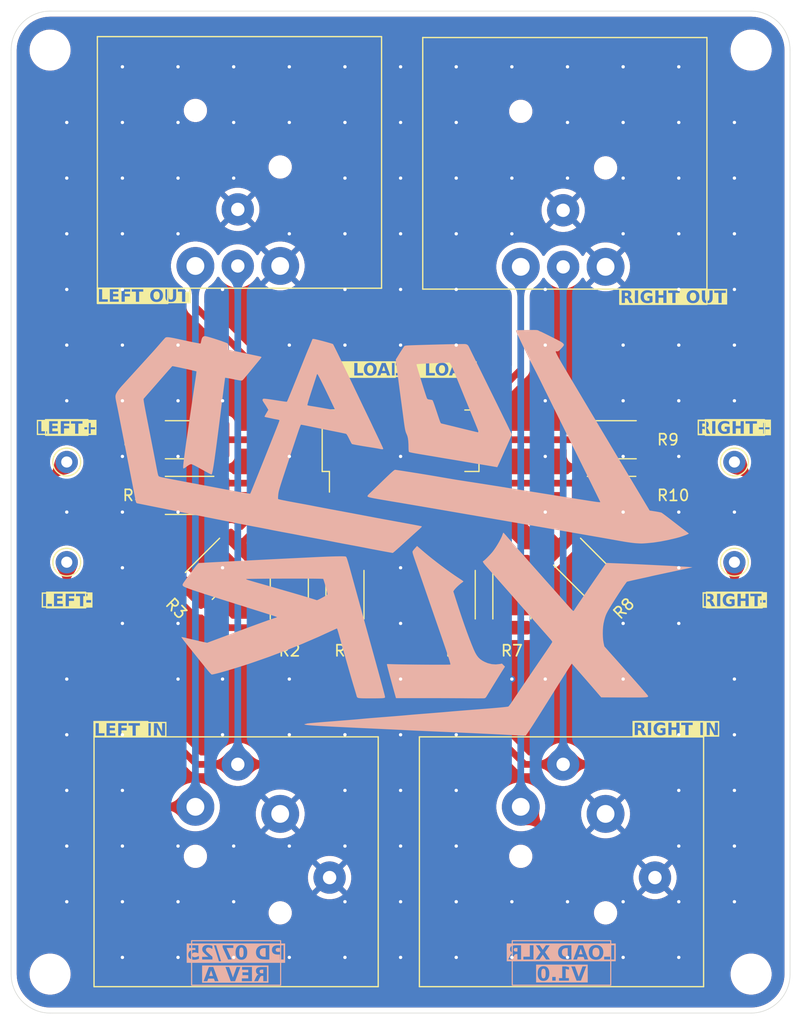
<source format=kicad_pcb>
(kicad_pcb (version 20241229) (generator "pcbnew") (generator_version "9.0")
  (title_block (title "LOAD XLR") (date "2025-06-16") (rev "1.0") (company "Chapuzas S.L."))
  (layers (0 "F.Cu" signal) (2 "B.Cu" signal) (13 "F.Paste" user) (15 "B.Paste" user) (5 "F.SilkS" user "F.Silkscreen") (7 "B.SilkS" user "B.Silkscreen") (1 "F.Mask" user) (3 "B.Mask" user) (25 "Edge.Cuts" user))
  (net 0 "")
  (net 1 "GND")
  (net 2 "/L+")
  (net 3 "/L-")
  (net 4 "/R-")
  (net 5 "/R+")
  (net 6 "Net-(R3-Pad2)")
  (net 7 "Net-(R6-Pad2)")
  (net 8 "Net-(R7-Pad2)")
  (net 9 "Net-(R8-Pad2)")
  (net 10 "Net-(R9-Pad1)")
  (net 11 "Net-(R10-Pad1)")
  (net 12 "Net-(R1-Pad2)")
  (net 13 "Net-(R2-Pad2)")
  (net 14 "Net-(R4-Pad1)")
  (net 15 "Net-(R5-Pad1)")
  (footprint "Resistor_SMD:R_2512_6332Metric" (layer "F.Cu") (at 116.0375 83.5 180)
    (property "Reference" "R5" (at 5.0375 0 180) (layer "F.SilkS"))
    (property "Value" "320")
    (pad "1" smd roundrect (at -2.9625 0 180) (size 1.225 3.35) (layers "F.Cu" "F.Mask" "F.Paste") (roundrect_rratio 0.204082) (net 15 "Net-(R5-Pad1)"))
    (pad "2" smd roundrect (at 2.9625 0 180) (size 1.225 3.35) (layers "F.Cu" "F.Mask" "F.Paste") (roundrect_rratio 0.204082) (net 3 "/L-"))
  )
  (footprint "Connector_Pin:Pin_D1.0mm_L10.0mm" (layer "F.Cu") (at 105 89.5)
    (property "Reference" "TP2")
    (property "Value" "LEFT-" (at 0 3.5 0) (layer "F.SilkS" knockout) (effects (font (size 1.1 1.1) (thickness 0.2) (bold yes))))
    (pad "1" thru_hole circle (at 0 0) (size 2 2) (drill 1) (layers "*.Cu" "*.Mask") (net 3 "/L-"))
  )
  (footprint "Button_Switch_SMD:SW_DIP_SPSTx10_Slide_Copal_CHS-10B_W7.62mm_P1.27mm" (layer "F.Cu") (at 135 78.59 90)
    (property "Reference" "SW1" (hide yes))
    (property "Value" "SW_DIP_x10")
    (pad "1" smd roundrect (at -3.81 -5.715 90) (size 1.6 0.76) (layers "F.Cu" "F.Mask" "F.Paste") (net 15 "Net-(R5-Pad1)"))
    (pad "2" smd roundrect (at -3.81 -4.445 90) (size 1.6 0.76) (layers "F.Cu" "F.Mask" "F.Paste") (net 14 "Net-(R4-Pad1)"))
    (pad "3" smd roundrect (at -3.81 -3.175 90) (size 1.6 0.76) (layers "F.Cu" "F.Mask" "F.Paste") (net 6 "Net-(R3-Pad2)"))
    (pad "4" smd roundrect (at -3.81 -1.905 90) (size 1.6 0.76) (layers "F.Cu" "F.Mask" "F.Paste") (net 13 "Net-(R2-Pad2)"))
    (pad "5" smd roundrect (at -3.81 -0.635 90) (size 1.6 0.76) (layers "F.Cu" "F.Mask" "F.Paste") (net 12 "Net-(R1-Pad2)"))
    (pad "6" smd roundrect (at -3.81 0.635 90) (size 1.6 0.76) (layers "F.Cu" "F.Mask" "F.Paste") (net 7 "Net-(R6-Pad2)"))
    (pad "7" smd roundrect (at -3.81 1.905 90) (size 1.6 0.76) (layers "F.Cu" "F.Mask" "F.Paste") (net 8 "Net-(R7-Pad2)"))
    (pad "8" smd roundrect (at -3.81 3.175 90) (size 1.6 0.76) (layers "F.Cu" "F.Mask" "F.Paste") (net 9 "Net-(R8-Pad2)"))
    (pad "9" smd roundrect (at -3.81 4.445 90) (size 1.6 0.76) (layers "F.Cu" "F.Mask" "F.Paste") (net 10 "Net-(R9-Pad1)"))
    (pad "10" smd roundrect (at -3.81 5.715 90) (size 1.6 0.76) (layers "F.Cu" "F.Mask" "F.Paste") (net 11 "Net-(R10-Pad1)"))
    (pad "11" smd roundrect (at 3.81 5.715 90) (size 1.6 0.76) (layers "F.Cu" "F.Mask" "F.Paste") (net 5 "/R+"))
    (pad "12" smd roundrect (at 3.81 4.445 90) (size 1.6 0.76) (layers "F.Cu" "F.Mask" "F.Paste") (net 5 "/R+"))
    (pad "13" smd roundrect (at 3.81 3.175 90) (size 1.6 0.76) (layers "F.Cu" "F.Mask" "F.Paste") (net 5 "/R+"))
    (pad "14" smd roundrect (at 3.81 1.905 90) (size 1.6 0.76) (layers "F.Cu" "F.Mask" "F.Paste") (net 5 "/R+"))
    (pad "15" smd roundrect (at 3.81 0.635 90) (size 1.6 0.76) (layers "F.Cu" "F.Mask" "F.Paste") (net 5 "/R+"))
    (pad "16" smd roundrect (at 3.81 -0.635 90) (size 1.6 0.76) (layers "F.Cu" "F.Mask" "F.Paste") (net 2 "/L+"))
    (pad "17" smd roundrect (at 3.81 -1.905 90) (size 1.6 0.76) (layers "F.Cu" "F.Mask" "F.Paste") (net 2 "/L+"))
    (pad "18" smd roundrect (at 3.81 -3.175 90) (size 1.6 0.76) (layers "F.Cu" "F.Mask" "F.Paste") (net 2 "/L+"))
    (pad "19" smd roundrect (at 3.81 -4.445 90) (size 1.6 0.76) (layers "F.Cu" "F.Mask" "F.Paste") (net 2 "/L+"))
    (pad "20" smd roundrect (at 3.81 -5.715 90) (size 1.6 0.76) (layers "F.Cu" "F.Mask" "F.Paste") (net 2 "/L+"))
  )
  (footprint "Resistor_SMD:R_2512_6332Metric" (layer "F.Cu") (at 154 78.5)
    (property "Reference" "R9" (at 5.023809 0 180) (layer "F.SilkS"))
    (property "Value" "160")
    (pad "1" smd roundrect (at -2.9625 0) (size 1.225 3.35) (layers "F.Cu" "F.Mask" "F.Paste") (roundrect_rratio 0.204082) (net 10 "Net-(R9-Pad1)"))
    (pad "2" smd roundrect (at 2.9625 0) (size 1.225 3.35) (layers "F.Cu" "F.Mask" "F.Paste") (roundrect_rratio 0.204082) (net 4 "/R-"))
  )
  (footprint "Custom_Parts:XLR_NEUTRIK_NC3FAH2_HOR" (layer "F.Cu") (at 153.42 112.11 -90)
    (property "Reference" "J4" (hide yes))
    (property "Value" "NC3FAH2")
    (pad "" np_thru_hole circle (at 3.81 7.62 270) (size 1.6 1.6) (drill 1.6) (layers "*.Cu" "*.Mask"))
    (pad "" np_thru_hole circle (at 8.89 0 270) (size 1.6 1.6) (drill 1.6) (layers "*.Cu" "*.Mask"))
    (pad "1" thru_hole circle (at 0 0 270) (size 3.4 3.4) (drill 1.6) (layers "*.Cu" "*.Mask") (net 1 "GND"))
    (pad "2" thru_hole circle (at -0.635 7.62 270) (size 3.4 3.4) (drill 1.6) (layers "*.Cu" "*.Mask") (net 5 "/R+"))
    (pad "3" thru_hole circle (at -4.45 3.81 270) (size 2.9 2.9) (drill 1.2) (layers "*.Cu" "*.Mask") (net 4 "/R-"))
    (pad "G" thru_hole circle (at 5.72 -4.44 270) (size 2.9 2.9) (drill 1.2) (layers "*.Cu" "*.Mask") (net 1 "GND"))
  )
  (footprint "MountingHole:MountingHole_3.2mm_M3" (layer "F.Cu") (at 166.5 126.5 180)
    (property "Reference" "H1" (hide yes))
    (property "Value" "MountingHole" (hide yes))
    (pad "" np_thru_hole circle (at 0 0 180) (size 3.2 3.2) (drill 3.2) (layers "*.Cu" "*.Mask"))
  )
  (footprint "Connector_Pin:Pin_D1.0mm_L10.0mm" (layer "F.Cu") (at 165 89.5)
    (property "Reference" "TP4")
    (property "Value" "RIGHT-" (at 0 3.5 0) (layer "F.SilkS" knockout) (effects (font (size 1.1 1.1) (thickness 0.2) (bold yes))))
    (pad "1" thru_hole circle (at 0 0) (size 2 2) (drill 1) (layers "*.Cu" "*.Mask") (net 4 "/R-"))
  )
  (footprint "Resistor_SMD:R_2512_6332Metric" (layer "F.Cu") (at 153.9625 83.5)
    (property "Reference" "R10" (at 5.5375 0 180) (layer "F.SilkS"))
    (property "Value" "320")
    (pad "1" smd roundrect (at -2.9625 0) (size 1.225 3.35) (layers "F.Cu" "F.Mask" "F.Paste") (roundrect_rratio 0.204082) (net 11 "Net-(R10-Pad1)"))
    (pad "2" smd roundrect (at 2.9625 0) (size 1.225 3.35) (layers "F.Cu" "F.Mask" "F.Paste") (roundrect_rratio 0.204082) (net 4 "/R-"))
  )
  (footprint "Custom_Parts:XLR_NEUTRIK_NC3FAH2_HOR" (layer "F.Cu") (at 124.18 112.11 -90)
    (property "Reference" "J2" (hide yes))
    (property "Value" "NC3FAH2")
    (pad "" np_thru_hole circle (at 3.81 7.62 270) (size 1.6 1.6) (drill 1.6) (layers "*.Cu" "*.Mask"))
    (pad "" np_thru_hole circle (at 8.89 0 270) (size 1.6 1.6) (drill 1.6) (layers "*.Cu" "*.Mask"))
    (pad "1" thru_hole circle (at 0 0 270) (size 3.4 3.4) (drill 1.6) (layers "*.Cu" "*.Mask") (net 1 "GND"))
    (pad "2" thru_hole circle (at -0.635 7.62 270) (size 3.4 3.4) (drill 1.6) (layers "*.Cu" "*.Mask") (net 2 "/L+"))
    (pad "3" thru_hole circle (at -4.45 3.81 270) (size 2.9 2.9) (drill 1.2) (layers "*.Cu" "*.Mask") (net 3 "/L-"))
    (pad "G" thru_hole circle (at 5.72 -4.44 270) (size 2.9 2.9) (drill 1.2) (layers "*.Cu" "*.Mask") (net 1 "GND"))
  )
  (footprint "Resistor_SMD:R_2512_6332Metric" (layer "F.Cu") (at 118.405197 90.094803 90)
    (property "Reference" "R3" (at -3.56205 -3.56205 315) (layer "F.SilkS"))
    (property "Value" "80")
    (pad "1" smd roundrect (at -2.094803 -2.094803 45) (size 1.225 3.35) (layers "F.Cu" "F.Mask" "F.Paste") (roundrect_rratio 0.204082) (net 3 "/L-"))
    (pad "2" smd roundrect (at 2.094803 2.094803 45) (size 1.225 3.35) (layers "F.Cu" "F.Mask" "F.Paste") (roundrect_rratio 0.204082) (net 6 "Net-(R3-Pad2)"))
  )
  (footprint "Resistor_SMD:R_2512_6332Metric" (layer "F.Cu") (at 140 92.42 90)
    (property "Reference" "R6" (at -5.0375 0 0) (layer "F.SilkS"))
    (property "Value" "20")
    (pad "1" smd roundrect (at -2.9625 0 90) (size 1.225 3.35) (layers "F.Cu" "F.Mask" "F.Paste") (roundrect_rratio 0.204082) (net 4 "/R-"))
    (pad "2" smd roundrect (at 2.9625 0 90) (size 1.225 3.35) (layers "F.Cu" "F.Mask" "F.Paste") (roundrect_rratio 0.204082) (net 7 "Net-(R6-Pad2)"))
  )
  (footprint "MountingHole:MountingHole_3.2mm_M3" (layer "F.Cu") (at 103.5 43.5 180)
    (property "Reference" "H4" (hide yes))
    (property "Value" "MountingHole" (hide yes))
    (pad "" np_thru_hole circle (at 0 0 180) (size 3.2 3.2) (drill 3.2) (layers "*.Cu" "*.Mask"))
  )
  (footprint "MountingHole:MountingHole_3.2mm_M3" (layer "F.Cu") (at 166.5 43.5 180)
    (property "Reference" "H3" (hide yes))
    (property "Value" "MountingHole" (hide yes))
    (pad "" np_thru_hole circle (at 0 0 180) (size 3.2 3.2) (drill 3.2) (layers "*.Cu" "*.Mask"))
  )
  (footprint "Resistor_SMD:R_2512_6332Metric" (layer "F.Cu") (at 116.0375 78.5 180)
    (property "Reference" "R4" (at 5.0375 0 180) (layer "F.SilkS"))
    (property "Value" "160")
    (pad "1" smd roundrect (at -2.9625 0 180) (size 1.225 3.35) (layers "F.Cu" "F.Mask" "F.Paste") (roundrect_rratio 0.204082) (net 14 "Net-(R4-Pad1)"))
    (pad "2" smd roundrect (at 2.9625 0 180) (size 1.225 3.35) (layers "F.Cu" "F.Mask" "F.Paste") (roundrect_rratio 0.204082) (net 3 "/L-"))
  )
  (footprint "Custom_Parts:XLR_NEUTRIK_NC3MAH_HOR" (layer "F.Cu") (at 153.42 62.97 180)
    (property "Reference" "J3" (hide yes))
    (property "Value" "NC3MAH")
    (pad "" np_thru_hole circle (at 0 8.89 180) (size 1.6 1.6) (drill 1.6) (layers "*.Cu" "*.Mask"))
    (pad "" np_thru_hole circle (at 7.62 13.97 180) (size 1.6 1.6) (drill 1.6) (layers "*.Cu" "*.Mask"))
    (pad "1" thru_hole circle (at 0 0 180) (size 3.4 3.4) (drill 1.6) (layers "*.Cu" "*.Mask") (net 1 "GND"))
    (pad "2" thru_hole circle (at 7.62 0 180) (size 3.4 3.4) (drill 1.6) (layers "*.Cu" "*.Mask") (net 5 "/R+"))
    (pad "3" thru_hole circle (at 3.81 0 180) (size 2.9 2.9) (drill 1.2) (layers "*.Cu" "*.Mask") (net 4 "/R-"))
    (pad "G" thru_hole circle (at 3.81 5.08 180) (size 2.9 2.9) (drill 1.2) (layers "*.Cu" "*.Mask") (net 1 "GND"))
  )
  (footprint "Resistor_SMD:R_2512_6332Metric" (layer "F.Cu") (at 130 92.42 90)
    (property "Reference" "R1" (at -5.0375 0.02 0) (layer "F.SilkS"))
    (property "Value" "20")
    (pad "1" smd roundrect (at -2.9625 0 90) (size 1.225 3.35) (layers "F.Cu" "F.Mask" "F.Paste") (roundrect_rratio 0.204082) (net 3 "/L-"))
    (pad "2" smd roundrect (at 2.9625 0 90) (size 1.225 3.35) (layers "F.Cu" "F.Mask" "F.Paste") (roundrect_rratio 0.204082) (net 12 "Net-(R1-Pad2)"))
  )
  (footprint "Connector_Pin:Pin_D1.0mm_L10.0mm" (layer "F.Cu") (at 165 80.5)
    (property "Reference" "TP3")
    (property "Value" "RIGHT+" (at 0 -3 0) (layer "F.SilkS" knockout) (effects (font (size 1.1 1.1) (thickness 0.2) (bold yes))))
    (pad "1" thru_hole circle (at 0 0) (size 2 2) (drill 1) (layers "*.Cu" "*.Mask") (net 5 "/R+"))
  )
  (footprint "Resistor_SMD:R_2512_6332Metric" (layer "F.Cu") (at 151.5 90.094803 90)
    (property "Reference" "R8" (at -3.56205 3.56205 45) (layer "F.SilkS"))
    (property "Value" "80")
    (pad "1" smd roundrect (at -2.094803 2.094803 135) (size 1.225 3.35) (layers "F.Cu" "F.Mask" "F.Paste") (roundrect_rratio 0.204082) (net 4 "/R-"))
    (pad "2" smd roundrect (at 2.094803 -2.094803 135) (size 1.225 3.35) (layers "F.Cu" "F.Mask" "F.Paste") (roundrect_rratio 0.204082) (net 9 "Net-(R8-Pad2)"))
  )
  (footprint "Resistor_SMD:R_2512_6332Metric" (layer "F.Cu") (at 125 92.42 90)
    (property "Reference" "R2" (at -5.0375 0.02 0) (layer "F.SilkS"))
    (property "Value" "40")
    (pad "1" smd roundrect (at -2.9625 0 90) (size 1.225 3.35) (layers "F.Cu" "F.Mask" "F.Paste") (roundrect_rratio 0.204082) (net 3 "/L-"))
    (pad "2" smd roundrect (at 2.9625 0 90) (size 1.225 3.35) (layers "F.Cu" "F.Mask" "F.Paste") (roundrect_rratio 0.204082) (net 13 "Net-(R2-Pad2)"))
  )
  (footprint "Connector_Pin:Pin_D1.0mm_L10.0mm" (layer "F.Cu") (at 105 80.5)
    (property "Reference" "TP1")
    (property "Value" "LEFT+" (at 0 -3 0) (layer "F.SilkS" knockout) (effects (font (size 1.1 1.1) (thickness 0.2) (bold yes))))
    (pad "1" thru_hole circle (at 0 0) (size 2 2) (drill 1) (layers "*.Cu" "*.Mask") (net 2 "/L+"))
  )
  (footprint "Custom_Parts:XLR_NEUTRIK_NC3MAH_HOR" (layer "F.Cu") (at 124.18 62.89 180)
    (property "Reference" "J1" (hide yes))
    (property "Value" "NC3MAH")
    (pad "" np_thru_hole circle (at 0 8.89 180) (size 1.6 1.6) (drill 1.6) (layers "*.Cu" "*.Mask"))
    (pad "" np_thru_hole circle (at 7.62 13.97 180) (size 1.6 1.6) (drill 1.6) (layers "*.Cu" "*.Mask"))
    (pad "1" thru_hole circle (at 0 0 180) (size 3.4 3.4) (drill 1.6) (layers "*.Cu" "*.Mask") (net 1 "GND"))
    (pad "2" thru_hole circle (at 7.62 0 180) (size 3.4 3.4) (drill 1.6) (layers "*.Cu" "*.Mask") (net 2 "/L+"))
    (pad "3" thru_hole circle (at 3.81 0 180) (size 2.9 2.9) (drill 1.2) (layers "*.Cu" "*.Mask") (net 3 "/L-"))
    (pad "G" thru_hole circle (at 3.81 5.08 180) (size 2.9 2.9) (drill 1.2) (layers "*.Cu" "*.Mask") (net 1 "GND"))
  )
  (footprint "Resistor_SMD:R_2512_6332Metric" (layer "F.Cu") (at 145 92.42 90)
    (property "Reference" "R7" (at -5.0375 0 0) (layer "F.SilkS"))
    (property "Value" "40")
    (pad "1" smd roundrect (at -2.9625 0 90) (size 1.225 3.35) (layers "F.Cu" "F.Mask" "F.Paste") (roundrect_rratio 0.204082) (net 4 "/R-"))
    (pad "2" smd roundrect (at 2.9625 0 90) (size 1.225 3.35) (layers "F.Cu" "F.Mask" "F.Paste") (roundrect_rratio 0.204082) (net 8 "Net-(R7-Pad2)"))
  )
  (footprint "MountingHole:MountingHole_3.2mm_M3" (layer "F.Cu") (at 103.5 126.5 180)
    (property "Reference" "H2" (hide yes))
    (property "Value" "MountingHole" (hide yes))
    (pad "" np_thru_hole circle (at 0 0 180) (size 3.2 3.2) (drill 3.2) (layers "*.Cu" "*.Mask"))
  )
  (footprint "Logos:LoadXLR" (layer "B.Cu") (at 132.868307 104.853855 180)
    (property "Reference" "G***" (hide yes))
    (property "Value" "LOGO" (hide yes))
  )
  (gr_rect (start 155.9 103.82) (end 162.23 105.19) (stroke (width 0.12)) (fill no) (layer "F.SilkS"))
  (gr_rect (start 162.4 76.7) (end 167.7 78.1) (stroke (width 0.12)) (fill no) (layer "F.SilkS"))
  (gr_rect (start 162.5 92.2) (end 167.5 93.6) (stroke (width 0.12)) (fill no) (layer "F.SilkS"))
  (gr_rect (start 103.1 76.7) (end 106.9 78.1) (stroke (width 0.12)) (fill no) (layer "F.SilkS"))
  (gr_rect (start 129.135 71.515) (end 134.515 72.885) (stroke (width 0.12)) (fill no) (layer "F.SilkS"))
  (gr_rect (start 107.45 103.82) (end 112.28 105.19) (stroke (width 0.12)) (fill no) (layer "F.SilkS"))
  (gr_rect (start 107.75 64.89) (end 114.08 66.26) (stroke (width 0.12)) (fill no) (layer "F.SilkS"))
  (gr_rect (start 135.41 71.515) (end 140.99 72.885) (stroke (width 0.12)) (fill no) (layer "F.SilkS"))
  (gr_rect (start 154.7 64.97) (end 162.53 66.34) (stroke (width 0.12)) (fill no) (layer "F.SilkS"))
  (gr_rect (start 103.2 92.2) (end 106.7 93.6) (stroke (width 0.12)) (fill no) (layer "F.SilkS"))
  (gr_rect (start 116.22 123.5) (end 124.22 127.5) (stroke (width 0.1)) (fill no) (layer "B.SilkS"))
  (gr_rect (start 145.035 123.5) (end 153.885 127.5) (stroke (width 0.1)) (fill no) (layer "B.SilkS"))
  (gr_line (start 170 126.5) (end 170 43.5) (stroke (width 0.05)) (layer "Edge.Cuts"))
  (gr_line (start 100 43.5) (end 100 126.5) (stroke (width 0.05)) (layer "Edge.Cuts"))
  (gr_arc (start 166.5 40) (mid 168.974874 41.025126) (end 170 43.5) (stroke (width 0.05)) (layer "Edge.Cuts"))
  (gr_arc (start 170 126.5) (mid 168.974874 128.974874) (end 166.5 130) (stroke (width 0.05)) (layer "Edge.Cuts"))
  (gr_arc (start 100 43.5) (mid 101.025126 41.025126) (end 103.5 40) (stroke (width 0.05)) (layer "Edge.Cuts"))
  (gr_line (start 103.5 130) (end 166.5 130) (stroke (width 0.05)) (layer "Edge.Cuts"))
  (gr_line (start 166.5 40) (end 103.5 40) (stroke (width 0.05)) (layer "Edge.Cuts"))
  (gr_arc (start 103.5 130) (mid 101.025126 128.974874) (end 100 126.5) (stroke (width 0.05)) (layer "Edge.Cuts"))
  (gr_text "L LOAD" (at 129.178092 72.915 0) (layer "F.SilkS" knockout) (effects (font (size 1.1 1.1) (thickness 0.22) (bold yes)) (justify left bottom)))
  (gr_text "R LOAD" (at 135.420088 72.915 0) (layer "F.SilkS" knockout) (effects (font (size 1.1 1.1) (thickness 0.22) (bold yes)) (justify left bottom)))
  (gr_text "LEFT IN" (at 107.45 105.27 0) (layer "F.SilkS" knockout) (effects (font (size 1.1 1.1) (thickness 0.22) (bold yes)) (justify left bottom)))
  (gr_text "LEFT OUT" (at 107.75 66.29 0) (layer "F.SilkS" knockout) (effects (font (size 1.1 1.1) (thickness 0.22) (bold yes)) (justify left bottom)))
  (gr_text "RIGHT OUT" (at 154.73 66.4 0) (layer "F.SilkS" knockout) (effects (font (size 1.1 1.1) (thickness 0.22) (bold yes)) (justify left bottom)))
  (gr_text "RIGHT IN" (at 155.9 105.22 0) (layer "F.SilkS" knockout) (effects (font (size 1.1 1.1) (thickness 0.22) (bold yes)) (justify left bottom)))
  (gr_text "V1.0" (at 149.46 127.3 -0) (layer "B.SilkS" knockout) (effects (font (size 1.25 1.25) (thickness 0.25) (bold yes)) (justify bottom mirror)))
  (gr_text "REV A" (at 120.22 127.35 -0) (layer "B.SilkS" knockout) (effects (font (size 1.25 1.25) (thickness 0.25) (bold yes)) (justify bottom mirror)))
  (gr_text "PD 07/25" (at 120.22 125.4 0) (layer "B.SilkS" knockout) (effects (font (size 1.25 1.25) (thickness 0.25) (bold yes)) (justify bottom mirror)))
  (gr_text "LOAD XLR" (at 149.5 125.4 0) (layer "B.SilkS" knockout) (effects (font (size 1.25 1.25) (thickness 0.25) (bold yes)) (justify bottom mirror)))
  (via (at 155 45) (size 0.6) (drill 0.3) (layers "F.Cu" "B.Cu") (net 1))
  (via (at 120 55) (size 0.6) (drill 0.3) (layers "F.Cu" "B.Cu") (net 1))
  (via (at 115 80) (size 0.6) (drill 0.3) (layers "F.Cu" "B.Cu") (net 1))
  (via (at 125 60) (size 0.6) (drill 0.3) (layers "F.Cu" "B.Cu") (net 1))
  (via (at 160 85) (size 0.6) (drill 0.3) (layers "F.Cu" "B.Cu") (net 1))
  (via (at 110 115) (size 0.6) (drill 0.3) (layers "F.Cu" "B.Cu") (net 1))
  (via (at 165 85) (size 0.6) (drill 0.3) (layers "F.Cu" "B.Cu") (net 1))
  (via (at 105 100) (size 0.6) (drill 0.3) (layers "F.Cu" "B.Cu") (net 1))
  (via (at 150 50) (size 0.6) (drill 0.3) (layers "F.Cu" "B.Cu") (net 1))
  (via (at 135 125) (size 0.6) (drill 0.3) (layers "F.Cu" "B.Cu") (net 1))
  (via (at 135 95) (size 0.6) (drill 0.3) (layers "F.Cu" "B.Cu") (net 1))
  (via (at 135 50) (size 0.6) (drill 0.3) (layers "F.Cu" "B.Cu") (net 1))
  (via (at 140 55) (size 0.6) (drill 0.3) (layers "F.Cu" "B.Cu") (net 1))
  (via (at 110 90) (size 0.6) (drill 0.3) (layers "F.Cu" "B.Cu") (net 1))
  (via (at 110 80) (size 0.6) (drill 0.3) (layers "F.Cu" "B.Cu") (net 1))
  (via (at 110 65) (size 0.6) (drill 0.3) (layers "F.Cu" "B.Cu") (net 1))
  (via (at 110 60) (size 0.6) (drill 0.3) (layers "F.Cu" "B.Cu") (net 1))
  (via (at 135 60) (size 0.6) (drill 0.3) (layers "F.Cu" "B.Cu") (net 1))
  (via (at 125 115) (size 0.6) (drill 0.3) (layers "F.Cu" "B.Cu") (net 1))
  (via (at 119 75) (size 0.6) (drill 0.3) (layers "F.Cu" "B.Cu") (net 1))
  (via (at 110 45) (size 0.6) (drill 0.3) (layers "F.Cu" "B.Cu") (net 1))
  (via (at 115 55) (size 0.6) (drill 0.3) (layers "F.Cu" "B.Cu") (net 1))
  (via (at 110 110) (size 0.6) (drill 0.3) (layers "F.Cu" "B.Cu") (net 1))
  (via (at 145 120) (size 0.6) (drill 0.3) (layers "F.Cu" "B.Cu") (net 1))
  (via (at 130 60) (size 0.6) (drill 0.3) (layers "F.Cu" "B.Cu") (net 1))
  (via (at 165 60) (size 0.6) (drill 0.3) (layers "F.Cu" "B.Cu") (net 1))
  (via (at 160 55) (size 0.6) (drill 0.3) (layers "F.Cu" "B.Cu") (net 1))
  (via (at 130 125) (size 0.6) (drill 0.3) (layers "F.Cu" "B.Cu") (net 1))
  (via (at 165 120) (size 0.6) (drill 0.3) (layers "F.Cu" "B.Cu") (net 1))
  (via (at 125 100) (size 0.6) (drill 0.3) (layers "F.Cu" "B.Cu") (net 1))
  (via (at 160 115) (size 0.6) (drill 0.3) (layers "F.Cu" "B.Cu") (net 1))
  (via (at 165 55) (size 0.6) (drill 0.3) (layers "F.Cu" "B.Cu") (net 1))
  (via (at 165 110) (size 0.6) (drill 0.3) (layers "F.Cu" "B.Cu") (net 1))
  (via (at 120 120) (size 0.6) (drill 0.3) (layers "F.Cu" "B.Cu") (net 1))
  (via (at 155 75) (size 0.6) (drill 0.3) (layers "F.Cu" "B.Cu") (net 1))
  (via (at 135 55) (size 0.6) (drill 0.3) (layers "F.Cu" "B.Cu") (net 1))
  (via (at 120 115) (size 0.6) (drill 0.3) (layers "F.Cu" "B.Cu") (net 1))
  (via (at 130 50) (size 0.6) (drill 0.3) (layers "F.Cu" "B.Cu") (net 1))
  (via (at 165 75) (size 0.6) (drill 0.3) (layers "F.Cu" "B.Cu") (net 1))
  (via (at 120 125) (size 0.6) (drill 0.3) (layers "F.Cu" "B.Cu") (net 1))
  (via (at 110 85) (size 0.6) (drill 0.3) (layers "F.Cu" "B.Cu") (net 1))
  (via (at 125 45) (size 0.6) (drill 0.3) (layers "F.Cu" "B.Cu") (net 1))
  (via (at 119 100) (size 0.6) (drill 0.3) (layers "F.Cu" "B.Cu") (net 1))
  (via (at 165 70) (size 0.6) (drill 0.3) (layers "F.Cu" "B.Cu") (net 1))
  (via (at 110 70) (size 0.6) (drill 0.3) (layers "F.Cu" "B.Cu") (net 1))
  (via (at 160 70) (size 0.6) (drill 0.3) (layers "F.Cu" "B.Cu") (net 1))
  (via (at 135 65) (size 0.6) (drill 0.3) (layers "F.Cu" "B.Cu") (net 1))
  (via (at 165 115) (size 0.6) (drill 0.3) (layers "F.Cu" "B.Cu") (net 1))
  (via (at 135 45) (size 0.6) (drill 0.3) (layers "F.Cu" "B.Cu") (net 1))
  (via (at 105 65) (size 0.6) (drill 0.3) (layers "F.Cu" "B.Cu") (net 1))
  (via (at 160 50) (size 0.6) (drill 0.3) (layers "F.Cu" "B.Cu") (net 1))
  (via (at 160 90) (size 0.6) (drill 0.3) (layers "F.Cu" "B.Cu") (net 1))
  (via (at 125 50) (size 0.6) (drill 0.3) (layers "F.Cu" "B.Cu") (net 1))
  (via (at 115 95) (size 0.6) (drill 0.3) (layers "F.Cu" "B.Cu") (net 1))
  (via (at 148 70) (size 0.6) (drill 0.3) (layers "F.Cu" "B.Cu") (net 1))
  (via (at 120 45) (size 0.6) (drill 0.3) (layers "F.Cu" "B.Cu") (net 1))
  (via (at 105 85) (size 0.6) (drill 0.3) (layers "F.Cu" "B.Cu") (net 1))
  (via (at 110 125) (size 0.6) (drill 0.3) (layers "F.Cu" "B.Cu") (net 1))
  (via (at 130 65) (size 0.6) (drill 0.3) (layers "F.Cu" "B.Cu") (net 1))
  (via (at 140 105) (size 0.6) (drill 0.3) (layers "F.Cu" "B.Cu") (net 1))
  (via (at 148 85) (size 0.6) (drill 0.3) (layers "F.Cu" "B.Cu") (net 1))
  (via (at 110 55) (size 0.6) (drill 0.3) (layers "F.Cu" "B.Cu") (net 1))
  (via (at 110 75) (size 0.6) (drill 0.3) (layers "F.Cu" "B.Cu") (net 1))
  (via (at 125 105) (size 0.6) (drill 0.3) (layers "F.Cu" "B.Cu") (net 1))
  (via (at 135 100) (size 0.6) (drill 0.3) (layers "F.Cu" "B.Cu") (net 1))
  (via (at 160 65) (size 0.6) (drill 0.3) (layers "F.Cu" "B.Cu") (net 1))
  (via (at 155 80) (size 0.6) (drill 0.3) (layers "F.Cu" "B.Cu") (net 1))
  (via (at 119 65) (size 0.6) (drill 0.3) (layers "F.Cu" "B.Cu") (net 1))
  (via (at 119 90) (size 0.6) (drill 0.3) (layers "F.Cu" "B.Cu") (net 1))
  (via (at 160 110) (size 0.6) (drill 0.3) (layers "F.Cu" "B.Cu") (net 1))
  (via (at 155 125) (size 0.6) (drill 0.3) (layers "F.Cu" "B.Cu") (net 1))
  (via (at 130 110) (size 0.6) (drill 0.3) (layers "F.Cu" "B.Cu") (net 1))
  (via (at 145 60) (size 0.6) (drill 0.3) (layers "F.Cu" "B.Cu") (net 1))
  (via (at 155 100) (size 0.6) (drill 0.3) (layers "F.Cu" "B.Cu") (net 1))
  (via (at 135 90) (size 0.6) (drill 0.3) (layers "F.Cu" "B.Cu") (net 1))
  (via (at 140 70) (size 0.6) (drill 0.3) (layers "F.Cu" "B.Cu") (net 1))
  (via (at 105 75) (size 0.6) (drill 0.3) (layers "F.Cu" "B.Cu") (net 1))
  (via (at 148 65) (size 0.6) (drill 0.3) (layers "F.Cu" "B.Cu") (net 1))
  (via (at 160 45) (size 0.6) (drill 0.3) (layers "F.Cu" "B.Cu") (net 1))
  (via (at 105 120) (size 0.6) (drill 0.3) (layers "F.Cu" "B.Cu") (net 1))
  (via (at 148 75) (size 0.6) (drill 0.3) (layers "F.Cu" "B.Cu") (net 1))
  (via (at 145 100) (size 0.6) (drill 0.3) (layers "F.Cu" "B.Cu") (net 1))
  (via (at 115 70) (size 0.6) (drill 0.3) (layers "F.Cu" "B.Cu") (net 1))
  (via (at 160 105) (size 0.6) (drill 0.3) (layers "F.Cu" "B.Cu") (net 1))
  (via (at 155 70) (size 0.6) (drill 0.3) (layers "F.Cu" "B.Cu") (net 1))
  (via (at 135 80) (size 0.6) (drill 0.3) (layers "F.Cu" "B.Cu") (net 1))
  (via (at 115 125) (size 0.6) (drill 0.3) (layers "F.Cu" "B.Cu") (net 1))
  (via (at 145 55) (size 0.6) (drill 0.3) (layers "F.Cu" "B.Cu") (net 1))
  (via (at 130 70) (size 0.6) (drill 0.3) (layers "F.Cu" "B.Cu") (net 1))
  (via (at 165 50) (size 0.6) (drill 0.3) (layers "F.Cu" "B.Cu") (net 1))
  (via (at 115 50) (size 0.6) (drill 0.3) (layers "F.Cu" "B.Cu") (net 1))
  (via (at 125 80) (size 0.6) (drill 0.3) (layers "F.Cu" "B.Cu") (net 1))
  (via (at 135 105) (size 0.6) (drill 0.3) (layers "F.Cu" "B.Cu") (net 1))
  (via (at 160 60) (size 0.6) (drill 0.3) (layers "F.Cu" "B.Cu") (net 1))
  (via (at 140 110) (size 0.6) (drill 0.3) (layers "F.Cu" "B.Cu") (net 1))
  (via (at 125 125) (size 0.6) (drill 0.3) (layers "F.Cu" "B.Cu") (net 1))
  (via (at 105 60) (size 0.6) (drill 0.3) (layers "F.Cu" "B.Cu") (net 1))
  (via (at 165 100) (size 0.6) (drill 0.3) (layers "F.Cu" "B.Cu") (net 1))
  (via (at 130 120) (size 0.6) (drill 0.3) (layers "F.Cu" "B.Cu") (net 1))
  (via (at 135 115) (size 0.6) (drill 0.3) (layers "F.Cu" "B.Cu") (net 1))
  (via (at 110 95) (size 0.6) (drill 0.3) (layers "F.Cu" "B.Cu") (net 1))
  (via (at 135 120) (size 0.6) (drill 0.3) (layers "F.Cu" "B.Cu") (net 1))
  (via (at 115 45) (size 0.6) (drill 0.3) (layers "F.Cu" "B.Cu") (net 1))
  (via (at 115 115) (size 0.6) (drill 0.3) (layers "F.Cu" "B.Cu") (net 1))
  (via (at 105 115) (size 0.6) (drill 0.3) (layers "F.Cu" "B.Cu") (net 1))
  (via (at 115 100) (size 0.6) (drill 0.3) (layers "F.Cu" "B.Cu") (net 1))
  (via (at 140 65) (size 0.6) (drill 0.3) (layers "F.Cu" "B.Cu") (net 1))
  (via (at 150 125) (size 0.6) (drill 0.3) (layers "F.Cu" "B.Cu") (net 1))
  (via (at 165 65) (size 0.6) (drill 0.3) (layers "F.Cu" "B.Cu") (net 1))
  (via (at 125 70) (size 0.6) (drill 0.3) (layers "F.Cu" "B.Cu") (net 1))
  (via (at 105 70) (size 0.6) (drill 0.3) (layers "F.Cu" "B.Cu") (net 1))
  (via (at 105 110) (size 0.6) (drill 0.3) (layers "F.Cu" "B.Cu") (net 1))
  (via (at 120 50) (size 0.6) (drill 0.3) (layers "F.Cu" "B.Cu") (net 1))
  (via (at 105 105) (size 0.6) (drill 0.3) (layers "F.Cu" "B.Cu") (net 1))
  (via (at 165 105) (size 0.6) (drill 0.3) (layers "F.Cu" "B.Cu") (net 1))
  (via (at 160 95) (size 0.6) (drill 0.3) (layers "F.Cu" "B.Cu") (net 1))
  (via (at 160 120) (size 0.6) (drill 0.3) (layers "F.Cu" "B.Cu") (net 1))
  (via (at 115 85) (size 0.6) (drill 0.3) (layers "F.Cu" "B.Cu") (net 1))
  (via (at 148 100) (size 0.6) (drill 0.3) (layers "F.Cu" "B.Cu") (net 1))
  (via (at 119 105) (size 0.6) (drill 0.3) (layers "F.Cu" "B.Cu") (net 1))
  (via (at 160 75) (size 0.6) (drill 0.3) (layers "F.Cu" "B.Cu") (net 1))
  (via (at 140 125) (size 0.6) (drill 0.3) (layers "F.Cu" "B.Cu") (net 1))
  (via (at 140 60) (size 0.6) (drill 0.3) (layers "F.Cu" "B.Cu") (net 1))
  (via (at 140 120) (size 0.6) (drill 0.3) (layers "F.Cu" "B.Cu") (net 1))
  (via (at 148 80) (size 0.6) (drill 0.3) (layers "F.Cu" "B.Cu") (net 1))
  (via (at 150 120) (size 0.6) (drill 0.3) (layers "F.Cu" "B.Cu") (net 1))
  (via (at 140 45) (size 0.6) (drill 0.3) (layers "F.Cu" "B.Cu") (net 1))
  (via (at 130 115) (size 0.6) (drill 0.3) (layers "F.Cu" "B.Cu") (net 1))
  (via (at 115 75) (size 0.6) (drill 0.3) (layers "F.Cu" "B.Cu") (net 1))
  (via (at 155 95) (size 0.6) (drill 0.3) (layers "F.Cu" "B.Cu") (net 1))
  (via (at 150 45) (size 0.6) (drill 0.3) (layers "F.Cu" "B.Cu") (net 1))
  (via (at 160 125) (size 0.6) (drill 0.3) (layers "F.Cu" "B.Cu") (net 1))
  (via (at 110 105) (size 0.6) (drill 0.3) (layers "F.Cu" "B.Cu") (net 1))
  (via (at 105 50) (size 0.6) (drill 0.3) (layers "F.Cu" "B.Cu") (net 1))
  (via (at 130 105) (size 0.6) (drill 0.3) (layers "F.Cu" "B.Cu") (net 1))
  (via (at 155 85) (size 0.6) (drill 0.3) (layers "F.Cu" "B.Cu") (net 1))
  (via (at 130 55) (size 0.6) (drill 0.3) (layers "F.Cu" "B.Cu") (net 1))
  (via (at 155 55) (size 0.6) (drill 0.3) (layers "F.Cu" "B.Cu") (net 1))
  (via (at 115 120) (size 0.6) (drill 0.3) (layers "F.Cu" "B.Cu") (net 1))
  (via (at 155 50) (size 0.6) (drill 0.3) (layers "F.Cu" "B.Cu") (net 1))
  (via (at 115 60) (size 0.6) (drill 0.3) (layers "F.Cu" "B.Cu") (net 1))
  (via (at 140 50) (size 0.6) (drill 0.3) (layers "F.Cu" "B.Cu") (net 1))
  (via (at 145 45) (size 0.6) (drill 0.3) (layers "F.Cu" "B.Cu") (net 1))
  (via (at 150 55) (size 0.6) (drill 0.3) (layers "F.Cu" "B.Cu") (net 1))
  (via (at 130 45) (size 0.6) (drill 0.3) (layers "F.Cu" "B.Cu") (net 1))
  (via (at 140 115) (size 0.6) (drill 0.3) (layers "F.Cu" "B.Cu") (net 1))
  (via (at 155 120) (size 0.6) (drill 0.3) (layers "F.Cu" "B.Cu") (net 1))
  (via (at 155 60) (size 0.6) (drill 0.3) (layers "F.Cu" "B.Cu") (net 1))
  (via (at 135 110) (size 0.6) (drill 0.3) (layers "F.Cu" "B.Cu") (net 1))
  (via (at 110 50) (size 0.6) (drill 0.3) (layers "F.Cu" "B.Cu") (net 1))
  (via (at 110 120) (size 0.6) (drill 0.3) (layers "F.Cu" "B.Cu") (net 1))
  (via (at 160 80) (size 0.6) (drill 0.3) (layers "F.Cu" "B.Cu") (net 1))
  (via (at 105 55) (size 0.6) (drill 0.3) (layers "F.Cu" "B.Cu") (net 1))
  (via (at 135 70) (size 0.6) (drill 0.3) (layers "F.Cu" "B.Cu") (net 1))
  (via (at 145 125) (size 0.6) (drill 0.3) (layers "F.Cu" "B.Cu") (net 1))
  (segment (start 102.1 83.4) (end 105 80.5) (width 0.6) (layer "F.Cu") (net 2))
  (segment (start 134.365 74.78) (end 129.285 74.78) (width 0.6) (layer "F.Cu") (net 2))
  (segment (start 113.475 111.475) (end 102.1 100.1) (width 0.6) (layer "F.Cu") (net 2))
  (segment (start 129.285 74.78) (end 124.78 74.78) (width 0.6) (layer "F.Cu") (net 2))
  (segment (start 124.78 74.78) (end 116.56 66.56) (width 0.6) (layer "F.Cu") (net 2))
  (segment (start 102.1 100.1) (end 102.1 83.4) (width 0.6) (layer "F.Cu") (net 2))
  (segment (start 116.56 66.56) (end 116.56 62.89) (width 0.6) (layer "F.Cu") (net 2))
  (segment (start 116.56 111.475) (end 113.475 111.475) (width 0.6) (layer "F.Cu") (net 2))
  (segment (start 116.56 62.89) (end 116.56 111.475) (width 0.6) (layer "B.Cu") (net 2))
  (segment (start 130 101.758803) (end 124.098803 107.66) (width 0.6) (layer "F.Cu") (net 3))
  (segment (start 119.503288 95.3825) (end 125 95.3825) (width 0.6) (layer "F.Cu") (net 3))
  (segment (start 119.503288 95.3825) (end 116.310394 92.189606) (width 0.6) (layer "F.Cu") (net 3))
  (segment (start 130 95.3825) (end 130 101.758803) (width 0.6) (layer "F.Cu") (net 3))
  (segment (start 120.37 107.66) (end 116.66 107.66) (width 0.6) (layer "F.Cu") (net 3))
  (segment (start 125 95.3825) (end 130 95.3825) (width 0.6) (layer "F.Cu") (net 3))
  (segment (start 113.075 88.954212) (end 116.310394 92.189606) (width 0.6) (layer "F.Cu") (net 3))
  (segment (start 113.075 78.5) (end 113.075 88.954212) (width 0.6) (layer "F.Cu") (net 3))
  (segment (start 124.098803 107.66) (end 120.37 107.66) (width 0.6) (layer "F.Cu") (net 3))
  (segment (start 105 96) (end 105 89.5) (width 0.6) (layer "F.Cu") (net 3))
  (segment (start 116.66 107.66) (end 105 96) (width 0.6) (layer "F.Cu") (net 3))
  (segment (start 120.37 107.66) (end 120.37 62.89) (width 0.6) (layer "B.Cu") (net 3))
  (segment (start 140 95.3825) (end 145 95.3825) (width 0.6) (layer "F.Cu") (net 4))
  (segment (start 150.401909 95.3825) (end 145 95.3825) (width 0.6) (layer "F.Cu") (net 4))
  (segment (start 149.61 107.66) (end 152.84 107.66) (width 0.6) (layer "F.Cu") (net 4))
  (segment (start 156.9625 88.821909) (end 153.594803 92.189606) (width 0.6) (layer "F.Cu") (net 4))
  (segment (start 150.401909 95.3825) (end 153.594803 92.189606) (width 0.6) (layer "F.Cu") (net 4))
  (segment (start 152.84 107.66) (end 165 95.5) (width 0.6) (layer "F.Cu") (net 4))
  (segment (start 140 101.5) (end 146.16 107.66) (width 0.6) (layer "F.Cu") (net 4))
  (segment (start 146.16 107.66) (end 149.61 107.66) (width 0.6) (layer "F.Cu") (net 4))
  (segment (start 156.9625 78.5) (end 156.9625 88.821909) (width 0.6) (layer "F.Cu") (net 4))
  (segment (start 140 95.3825) (end 140 101.5) (width 0.6) (layer "F.Cu") (net 4))
  (segment (start 165 95.5) (end 165 89.5) (width 0.6) (layer "F.Cu") (net 4))
  (segment (start 149.61 107.66) (end 149.61 62.97) (width 0.6) (layer "B.Cu") (net 4))
  (segment (start 168 104.5) (end 157 115.5) (width 0.6) (layer "F.Cu") (net 5))
  (segment (start 149.825 115.5) (end 145.8 111.475) (width 0.6) (layer "F.Cu") (net 5))
  (segment (start 168 83.5) (end 168 104.5) (width 0.6) (layer "F.Cu") (net 5))
  (segment (start 165 80.5) (end 168 83.5) (width 0.6) (layer "F.Cu") (net 5))
  (segment (start 143.22 74.78) (end 145.8 72.2) (width 0.6) (layer "F.Cu") (net 5))
  (segment (start 145.8 72.2) (end 145.8 62.97) (width 0.6) (layer "F.Cu") (net 5))
  (segment (start 157 115.5) (end 149.825 115.5) (width 0.6) (layer "F.Cu") (net 5))
  (segment (start 140.715 74.78) (end 143.22 74.78) (width 0.6) (layer "F.Cu") (net 5))
  (segment (start 135.635 74.78) (end 140.715 74.78) (width 0.6) (layer "F.Cu") (net 5))
  (segment (start 145.8 62.97) (end 145.8 111.475) (width 0.6) (layer "B.Cu") (net 5))
  (segment (start 131.825 83.175) (end 130 85) (width 0.6) (layer "F.Cu") (net 6))
  (segment (start 130 85) (end 123.5 85) (width 0.6) (layer "F.Cu") (net 6))
  (segment (start 131.825 82.4) (end 131.825 83.175) (width 0.6) (layer "F.Cu") (net 6))
  (segment (start 123.5 85) (end 120.5 88) (width 0.6) (layer "F.Cu") (net 6))
  (segment (start 135.635 82.4) (end 135.635 86.11375) (width 0.6) (layer "F.Cu") (net 7))
  (segment (start 138.97875 89.4575) (end 140 89.4575) (width 0.6) (layer "F.Cu") (net 7))
  (segment (start 135.635 86.11375) (end 138.97875 89.4575) (width 0.6) (layer "F.Cu") (net 7))
  (segment (start 143.5 87) (end 145 88.5) (width 0.6) (layer "F.Cu") (net 8))
  (segment (start 145 88.5) (end 145 89.4575) (width 0.6) (layer "F.Cu") (net 8))
  (segment (start 136.905 84.405) (end 139.5 87) (width 0.6) (layer "F.Cu") (net 8))
  (segment (start 136.905 82.4) (end 136.905 84.405) (width 0.6) (layer "F.Cu") (net 8))
  (segment (start 139.5 87) (end 143.5 87) (width 0.6) (layer "F.Cu") (net 8))
  (segment (start 140 85) (end 146.405197 85) (width 0.6) (layer "F.Cu") (net 9))
  (segment (start 138.175 82.4) (end 138.175 83.175) (width 0.6) (layer "F.Cu") (net 9))
  (segment (start 138.175 83.175) (end 140 85) (width 0.6) (layer "F.Cu") (net 9))
  (segment (start 146.405197 85) (end 149.405197 88) (width 0.6) (layer "F.Cu") (net 9))
  (segment (start 151.0375 78.5) (end 142.545 78.5) (width 0.6) (layer "F.Cu") (net 10))
  (segment (start 139.445 81.6) (end 139.445 82.4) (width 0.6) (layer "F.Cu") (net 10))
  (segment (start 142.545 78.5) (end 139.445 81.6) (width 0.6) (layer "F.Cu") (net 10))
  (segment (start 151 82.4) (end 151 83.5) (width 0.6) (layer "F.Cu") (net 11))
  (segment (start 140.715 82.4) (end 151 82.4) (width 0.6) (layer "F.Cu") (net 11))
  (segment (start 131.0425 89.4575) (end 130 89.4575) (width 0.6) (layer "F.Cu") (net 12))
  (segment (start 134.365 82.4) (end 134.365 86.135) (width 0.6) (layer "F.Cu") (net 12))
  (segment (start 134.365 86.135) (end 131.0425 89.4575) (width 0.6) (layer "F.Cu") (net 12))
  (segment (start 133.095 84.405) (end 130.5 87) (width 0.6) (layer "F.Cu") (net 13))
  (segment (start 130.5 87) (end 126.5 87) (width 0.6) (layer "F.Cu") (net 13))
  (segment (start 126.5 87) (end 125 88.5) (width 0.6) (layer "F.Cu") (net 13))
  (segment (start 133.095 82.4) (end 133.095 84.405) (width 0.6) (layer "F.Cu") (net 13))
  (segment (start 125 88.5) (end 125 89.4575) (width 0.6) (layer "F.Cu") (net 13))
  (segment (start 130.555 82.4) (end 130.555 81.6) (width 0.6) (layer "F.Cu") (net 14))
  (segment (start 127.455 78.5) (end 119 78.5) (width 0.6) (layer "F.Cu") (net 14))
  (segment (start 130.555 81.6) (end 127.455 78.5) (width 0.6) (layer "F.Cu") (net 14))
  (segment (start 119 82.4) (end 119 83.5) (width 0.6) (layer "F.Cu") (net 15))
  (segment (start 129.285 82.4) (end 119 82.4) (width 0.6) (layer "F.Cu") (net 15))
  (zone (net 1) (net_name "GND") (layers "F.Cu" "B.Cu") (connect_pads (clearance 0.5)) (min_thickness 0.25) (fill yes (thermal_gap 0.5) (thermal_bridge_width 0.5))
    (polygon (pts (xy 99 39) (xy 171 39) (xy 171 131) (xy 99 131)))
  )
)
</source>
